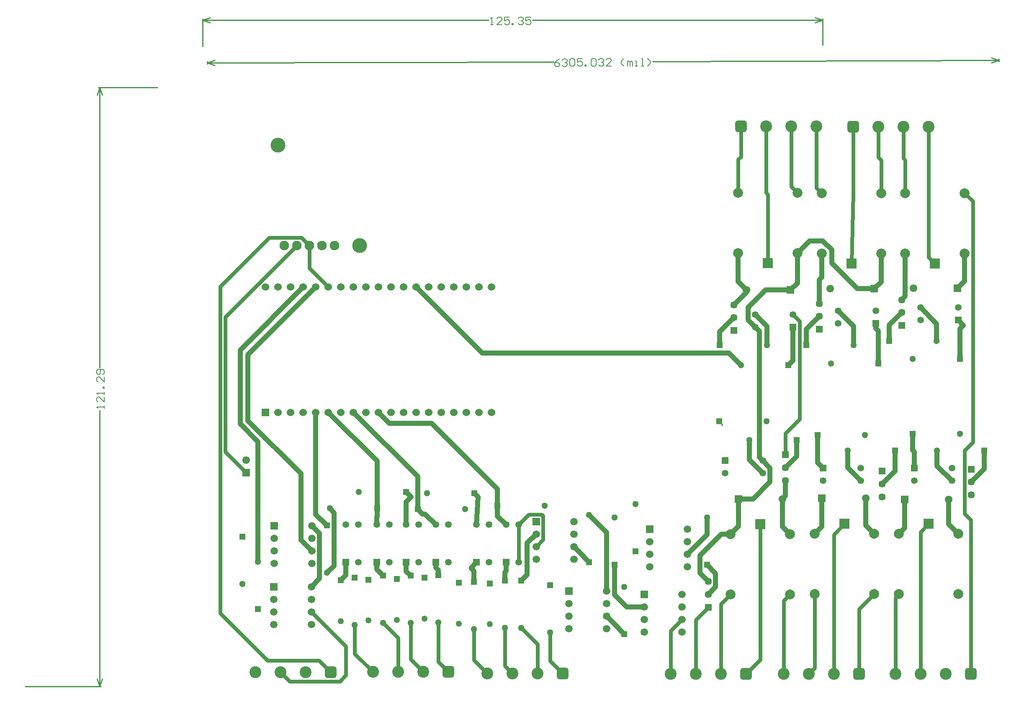
<source format=gbr>
G04*
G04 #@! TF.GenerationSoftware,Altium Limited,Altium Designer,24.5.2 (23)*
G04*
G04 Layer_Physical_Order=1*
G04 Layer_Color=255*
%FSLAX44Y44*%
%MOMM*%
G71*
G04*
G04 #@! TF.SameCoordinates,3DF9ACDB-7C99-40C3-A0CA-608631173261*
G04*
G04*
G04 #@! TF.FilePolarity,Positive*
G04*
G01*
G75*
%ADD14C,0.2540*%
%ADD19C,1.3500*%
%ADD20R,1.3500X1.3500*%
%ADD21C,1.3000*%
%ADD22R,1.3000X1.3000*%
%ADD23C,1.4500*%
%ADD24R,1.4500X1.4500*%
%ADD25C,1.5500*%
%ADD26R,1.5500X1.5500*%
%ADD27C,2.0000*%
%ADD28R,2.0000X2.0000*%
%ADD29R,1.3000X1.3000*%
%ADD32R,1.3500X1.3500*%
%ADD33C,1.2500*%
%ADD34R,1.2500X1.2500*%
%ADD37R,1.5500X1.5500*%
%ADD38C,0.7620*%
%ADD39C,1.0160*%
%ADD40C,0.1524*%
%ADD41C,2.4000*%
G04:AMPARAMS|DCode=42|XSize=2.4mm|YSize=2.4mm|CornerRadius=0.6mm|HoleSize=0mm|Usage=FLASHONLY|Rotation=180.000|XOffset=0mm|YOffset=0mm|HoleType=Round|Shape=RoundedRectangle|*
%AMROUNDEDRECTD42*
21,1,2.4000,1.2000,0,0,180.0*
21,1,1.2000,2.4000,0,0,180.0*
1,1,1.2000,-0.6000,0.6000*
1,1,1.2000,0.6000,0.6000*
1,1,1.2000,0.6000,-0.6000*
1,1,1.2000,-0.6000,-0.6000*
%
%ADD42ROUNDEDRECTD42*%
%ADD43R,1.5300X1.5300*%
%ADD44C,1.5300*%
%ADD45C,1.5000*%
%ADD46R,1.5000X1.5000*%
%ADD47C,3.0000*%
%ADD48C,1.9304*%
D14*
X231140Y1332230D02*
X350520D01*
X82550Y119380D02*
X236220D01*
X233680Y765162D02*
Y1332230D01*
Y119380D02*
Y678320D01*
X228600Y1316990D02*
X233680Y1332230D01*
X238760Y1316990D01*
X233680Y119380D02*
X238760Y134620D01*
X228600D02*
X233680Y119380D01*
X1695450Y1417320D02*
Y1470660D01*
X441960Y1414780D02*
Y1470660D01*
X1109332Y1468120D02*
X1695450D01*
X441960D02*
X1019950D01*
X1680210Y1473200D02*
X1695450Y1468120D01*
X1680210Y1463040D02*
X1695450Y1468120D01*
X441960D02*
X457200Y1463040D01*
X441960Y1468120D02*
X457200Y1473200D01*
X2052312Y1389380D02*
X2052328Y1384300D01*
X450842Y1384300D02*
X450858Y1379220D01*
X2037096Y1381712D02*
X2052320Y1386840D01*
X2037064Y1391872D02*
X2052320Y1386840D01*
X450850Y1381760D02*
X466106Y1376728D01*
X450850Y1381760D02*
X466074Y1386888D01*
X1352137Y1384619D02*
X2052320Y1386840D01*
X450850Y1381760D02*
X1151033Y1383981D01*
X1492220Y647803D02*
Y649907D01*
X1490732Y651395D02*
X1492220Y649907D01*
D19*
X1574800Y576580D02*
D03*
Y551180D02*
D03*
X1498600D02*
D03*
X1559560Y847090D02*
D03*
Y872490D02*
D03*
X1635760D02*
D03*
X1957070Y561340D02*
D03*
Y535940D02*
D03*
X1880870D02*
D03*
X1772920Y561340D02*
D03*
Y535940D02*
D03*
X1696720D02*
D03*
X1727200Y854710D02*
D03*
Y880110D02*
D03*
X1803400D02*
D03*
X1893570Y861060D02*
D03*
Y886460D02*
D03*
X1969770D02*
D03*
X853440Y447040D02*
D03*
X878840D02*
D03*
Y370840D02*
D03*
X793750Y447040D02*
D03*
X819150D02*
D03*
Y370840D02*
D03*
X731520Y447040D02*
D03*
X756920D02*
D03*
Y370840D02*
D03*
X1055370Y447040D02*
D03*
X1080770D02*
D03*
Y370840D02*
D03*
X995680Y447040D02*
D03*
X1021080D02*
D03*
Y370840D02*
D03*
X913130Y447040D02*
D03*
X938530D02*
D03*
Y370840D02*
D03*
D20*
X1498600Y576580D02*
D03*
X1635760Y847090D02*
D03*
X1880870Y561340D02*
D03*
X1696720D02*
D03*
X1803400Y854710D02*
D03*
X1969770Y861060D02*
D03*
D21*
X1927050Y596900D02*
D03*
X1583230Y810260D02*
D03*
X1530810Y769620D02*
D03*
X1973120Y631190D02*
D03*
X1781350Y628650D02*
D03*
X1712420Y773430D02*
D03*
X1746710Y596900D02*
D03*
X1758490Y810260D02*
D03*
X1581960Y656590D02*
D03*
X1877520Y782320D02*
D03*
X1547320Y618490D02*
D03*
X1926130Y819150D02*
D03*
X1461770Y461820D02*
D03*
X553720Y371650D02*
D03*
X1144270Y229060D02*
D03*
X1085850Y237950D02*
D03*
X521970Y326850D02*
D03*
X1294130Y320850D02*
D03*
X1223010Y466900D02*
D03*
X862330Y248110D02*
D03*
X806450D02*
D03*
X749300Y244300D02*
D03*
X1052830Y237950D02*
D03*
X990600Y235410D02*
D03*
X918210Y249380D02*
D03*
X1316990Y488490D02*
D03*
X1275080Y461820D02*
D03*
X757380Y513080D02*
D03*
X698960Y480060D02*
D03*
X693420Y349710D02*
D03*
X1133650Y485140D02*
D03*
X895810Y510540D02*
D03*
X972360Y478790D02*
D03*
D22*
X2022650Y596900D02*
D03*
X1487630Y810260D02*
D03*
X1626410Y769620D02*
D03*
X1877520Y631190D02*
D03*
X1685750Y628650D02*
D03*
X1808020Y773430D02*
D03*
X1842310Y596900D02*
D03*
X1662890Y810260D02*
D03*
X1486360Y656590D02*
D03*
X1973120Y782320D02*
D03*
X1642920Y618490D02*
D03*
X1830530Y819150D02*
D03*
X852980Y513080D02*
D03*
X794560Y480060D02*
D03*
X1038050Y485140D02*
D03*
X991410Y510540D02*
D03*
X876760Y478790D02*
D03*
D23*
X1996450Y507400D02*
D03*
Y533400D02*
D03*
X1516380Y892140D02*
D03*
Y866140D02*
D03*
X1816110Y503590D02*
D03*
Y529590D02*
D03*
X1689100Y894680D02*
D03*
Y868680D02*
D03*
X1620530Y536610D02*
D03*
Y562610D02*
D03*
X1855460Y902300D02*
D03*
Y876300D02*
D03*
X1464310Y332070D02*
D03*
Y306070D02*
D03*
D24*
X1996450Y559400D02*
D03*
X1516380Y840140D02*
D03*
X1816110Y555590D02*
D03*
X1689100Y842680D02*
D03*
X1620530Y588610D02*
D03*
X1855460Y850300D02*
D03*
X1464310Y280070D02*
D03*
D25*
X1950670Y497840D02*
D03*
X1541830Y922020D02*
D03*
X1783030Y500380D02*
D03*
X1879650Y925830D02*
D03*
X1614120Y499110D02*
D03*
X1710740Y924560D02*
D03*
X529420Y577650D02*
D03*
D26*
X1861870Y497840D02*
D03*
X1630630Y922020D02*
D03*
X1694230Y500380D02*
D03*
X1968450Y925830D02*
D03*
X1525320Y499110D02*
D03*
X1799540Y924560D02*
D03*
D27*
X1970080Y306950D02*
D03*
X1850080D02*
D03*
X1970080Y428950D02*
D03*
X1850080D02*
D03*
X1524650Y1118950D02*
D03*
X1644650D02*
D03*
X1524650Y996950D02*
D03*
X1644650D02*
D03*
X1799900Y306950D02*
D03*
X1679900D02*
D03*
X1799900Y428950D02*
D03*
X1679900D02*
D03*
X1693870Y1117990D02*
D03*
X1813870D02*
D03*
X1693870Y995990D02*
D03*
X1813870D02*
D03*
X1629410Y306070D02*
D03*
X1509410D02*
D03*
X1629410Y428070D02*
D03*
X1509410D02*
D03*
X1862780Y1117990D02*
D03*
X1982780D02*
D03*
X1862780Y995990D02*
D03*
X1982780D02*
D03*
D28*
X1910080Y448950D02*
D03*
X1584650Y976950D02*
D03*
X1739900Y448950D02*
D03*
X1753870Y975990D02*
D03*
X1569410Y448070D02*
D03*
X1922780Y975990D02*
D03*
D29*
X1461770Y366220D02*
D03*
X553720Y276050D02*
D03*
X1144270Y324660D02*
D03*
X1085850Y333550D02*
D03*
X521970Y422450D02*
D03*
X1294130Y225250D02*
D03*
X1223010Y371300D02*
D03*
X862330Y343710D02*
D03*
X806450D02*
D03*
X749300Y339900D02*
D03*
X1052830Y333550D02*
D03*
X990600Y331010D02*
D03*
X918210Y344980D02*
D03*
X1316990Y392890D02*
D03*
X1275080Y366220D02*
D03*
X693420Y445310D02*
D03*
D32*
X853440Y370840D02*
D03*
X793750D02*
D03*
X731520D02*
D03*
X1055370D02*
D03*
X995680D02*
D03*
X913130D02*
D03*
D33*
X834390Y254710D02*
D03*
X777240Y253440D02*
D03*
X721360Y252170D02*
D03*
X1022350Y245820D02*
D03*
X960120Y247090D02*
D03*
X890270Y257250D02*
D03*
D34*
X834390Y337110D02*
D03*
X777240Y335840D02*
D03*
X721360Y334570D02*
D03*
X1022350Y328220D02*
D03*
X960120Y329490D02*
D03*
X890270Y339650D02*
D03*
D37*
X529420Y552650D02*
D03*
D38*
X1581150Y1118814D02*
Y1253490D01*
Y1118814D02*
X1584650Y1115314D01*
Y976950D02*
Y1115314D01*
X1631950Y1131650D02*
Y1253490D01*
Y1131650D02*
X1644650Y1118950D01*
X1530350Y1191880D02*
Y1253490D01*
X1524650Y1186180D02*
X1530350Y1191880D01*
X1524650Y1118950D02*
Y1186180D01*
X1893570Y144780D02*
Y432440D01*
X1910080Y448950D01*
X1842770Y144780D02*
Y299640D01*
X1850080Y306950D01*
X1757680Y1118108D02*
Y1252220D01*
X1753870Y975990D02*
X1757680Y1118108D01*
X1808480Y1190554D02*
Y1252220D01*
Y1190554D02*
X1813870Y1185164D01*
Y1117990D02*
Y1185164D01*
X1682750Y1129110D02*
Y1253490D01*
Y1129110D02*
X1693870Y1117990D01*
X1718310Y144780D02*
Y427360D01*
X1739900Y448950D01*
X1679900Y157170D02*
Y306950D01*
X1667510Y144780D02*
X1679900Y157170D01*
X1769110Y144780D02*
Y276160D01*
X1799900Y306950D01*
X1910080Y988690D02*
Y1252220D01*
Y988690D02*
X1922780Y975990D01*
X1859280Y1188664D02*
Y1252220D01*
Y1188664D02*
X1862780Y1185164D01*
Y1117990D02*
Y1185164D01*
X1569410Y173680D02*
Y448070D01*
X1540510Y144780D02*
X1569410Y173680D01*
X1489710Y144780D02*
Y286370D01*
X1509410Y306070D01*
X1616710Y144780D02*
Y293370D01*
X1629410Y306070D01*
X657860Y966570D02*
Y1012190D01*
Y966570D02*
X696060Y928370D01*
X1438910Y144780D02*
Y254670D01*
X1464310Y280070D01*
X1388110Y144780D02*
Y232410D01*
X1410970Y255270D01*
X1144270Y171450D02*
Y229060D01*
Y171450D02*
X1169670Y146050D01*
X1052830Y161290D02*
Y237950D01*
Y161290D02*
X1068070Y146050D01*
X990600Y172720D02*
Y235410D01*
Y172720D02*
X1017270Y146050D01*
X918210Y169490D02*
Y249380D01*
Y169490D02*
X938530Y149170D01*
X862330Y174570D02*
Y248110D01*
Y174570D02*
X887730Y149170D01*
X836930D02*
Y217630D01*
X806450Y248110D02*
X836930Y217630D01*
X749300Y186000D02*
Y244300D01*
Y186000D02*
X786130Y149170D01*
X661670Y270510D02*
X731266Y200914D01*
Y142240D02*
Y200914D01*
X719074Y130048D02*
X731266Y142240D01*
X617982Y130048D02*
X719074D01*
X599440Y148590D02*
X617982Y130048D01*
X677164Y172466D02*
X701040Y148590D01*
X572770Y172466D02*
X677164D01*
X477520Y267716D02*
X572770Y172466D01*
X477520Y267716D02*
Y929132D01*
X576580Y1028192D01*
X641858D01*
X657860Y1012190D01*
X1085850Y237950D02*
X1118870Y204930D01*
Y146050D02*
Y204930D01*
X1982780Y1117990D02*
X1999234Y1101536D01*
Y614172D02*
Y1101536D01*
X1982724Y597662D02*
X1999234Y614172D01*
X1982724Y469392D02*
Y597662D01*
Y469392D02*
X1995170Y456946D01*
Y144780D02*
Y456946D01*
X1080770Y370840D02*
Y447040D01*
X1101090Y467360D01*
X1127760D01*
X1130300Y464820D01*
Y416560D02*
Y464820D01*
X1116330Y402590D02*
X1130300Y416560D01*
X1620530Y588610D02*
Y632216D01*
X1648968Y660654D01*
Y859282D01*
X1635760Y872490D02*
X1648968Y859282D01*
X487680Y594390D02*
X529420Y552650D01*
X487680Y594390D02*
Y867410D01*
X632460Y1012190D01*
D39*
X693420Y349710D02*
X707644Y363934D01*
Y471376D01*
X698960Y480060D02*
X707644Y471376D01*
X1275080Y304800D02*
Y366220D01*
Y304800D02*
X1299210Y280670D01*
X1334770D01*
X661670Y321310D02*
X678180Y337820D01*
Y429260D01*
X662940Y444500D02*
X678180Y429260D01*
X1223010Y466900D02*
X1258570Y431340D01*
Y312420D02*
Y431340D01*
X1447546Y348834D02*
X1464310Y332070D01*
X1447546Y348834D02*
Y384930D01*
X1490686Y428070D01*
X1509410D01*
X1525320Y443979D01*
Y499110D01*
X1554988D01*
X1589278Y533400D01*
Y562102D01*
X1574800Y576580D02*
X1589278Y562102D01*
X1694230Y443280D02*
Y500380D01*
X1679900Y428950D02*
X1694230Y443280D01*
X1567688Y583692D02*
X1574800Y576580D01*
X1567688Y583692D02*
Y838962D01*
X1559560Y847090D02*
X1567688Y838962D01*
X1545082Y861568D02*
X1559560Y847090D01*
X1545082Y861568D02*
Y886968D01*
X1580134Y922020D01*
X1630630D01*
X1861870Y440740D02*
Y497840D01*
X1850080Y428950D02*
X1861870Y440740D01*
X1630630Y922020D02*
X1644650Y936040D01*
Y996950D01*
X1669288Y1021588D01*
X1695704D01*
X1713992Y1003300D01*
Y976376D02*
Y1003300D01*
Y976376D02*
X1765808Y924560D01*
X1799540D01*
X1813870Y938890D01*
Y995990D01*
X1968450Y925830D02*
X1982780Y940160D01*
Y995990D01*
X918210Y344980D02*
Y355346D01*
X913130Y360426D02*
X918210Y355346D01*
X913130Y360426D02*
Y370840D01*
X1855460Y902300D02*
X1862780Y909620D01*
Y995990D01*
X1969770Y861060D02*
X1980184Y850646D01*
X1973120Y843582D02*
X1980184Y850646D01*
X1973120Y782320D02*
Y843582D01*
X1830530Y819150D02*
Y851370D01*
X1855460Y876300D01*
X1893570Y886460D02*
X1926130Y853900D01*
Y819150D02*
Y853900D01*
X876760Y478790D02*
Y544470D01*
X746860Y674370D02*
X876760Y544470D01*
Y478790D02*
X886666Y468884D01*
X891286D01*
X913130Y447040D01*
X1192530Y402590D02*
X1212850Y382270D01*
Y381460D02*
Y382270D01*
Y381460D02*
X1223010Y371300D01*
X533400Y791110D02*
X670660Y928370D01*
X533400Y657606D02*
Y791110D01*
Y657606D02*
X640588Y550418D01*
Y416052D02*
Y550418D01*
Y416052D02*
X662940Y393700D01*
X1516380Y892140D02*
X1541830Y917590D01*
Y922020D01*
X1524650Y939200D02*
X1541830Y922020D01*
X1524650Y939200D02*
Y996950D01*
X1950670Y448360D02*
X1970080Y428950D01*
X1950670Y448360D02*
Y497840D01*
X1689100Y894680D02*
Y942848D01*
X1693870Y947618D01*
Y995990D01*
X1783030Y445820D02*
Y500380D01*
Y445820D02*
X1799900Y428950D01*
X1614120Y443359D02*
X1629410Y428070D01*
X1614120Y443359D02*
Y499110D01*
X1620530Y505520D01*
Y536610D01*
X721360Y334570D02*
X731520Y344730D01*
Y370840D01*
X793750Y356410D02*
X806450Y343710D01*
X793750Y356410D02*
Y370840D01*
X853440Y352600D02*
X862330Y343710D01*
X853440Y352600D02*
Y370840D01*
X990600Y331010D02*
Y353314D01*
X985266Y358648D02*
X990600Y353314D01*
X985266Y358648D02*
Y360426D01*
X995680Y370840D01*
X1052830Y333550D02*
Y350774D01*
X1055370Y353314D01*
Y370840D01*
X1626410Y769620D02*
X1635760Y778970D01*
Y847090D01*
X1559560Y872490D02*
X1583230Y848820D01*
Y810260D02*
Y848820D01*
X1877520Y597710D02*
Y631190D01*
Y597710D02*
X1880870Y594360D01*
Y561340D02*
Y594360D01*
X1927050Y565960D02*
X1957070Y535940D01*
X1927050Y565960D02*
Y596900D01*
X1487630Y810260D02*
Y837390D01*
X1516380Y866140D01*
X1996450Y533400D02*
X2022650Y559600D01*
Y596900D01*
X1803400Y844296D02*
Y854710D01*
Y844296D02*
X1808020Y839676D01*
Y773430D02*
Y839676D01*
X1727200Y880110D02*
X1758490Y848820D01*
Y810260D02*
Y848820D01*
X1685750Y572310D02*
Y628650D01*
Y572310D02*
X1696720Y561340D01*
X1746710Y562150D02*
X1772920Y535940D01*
X1746710Y562150D02*
Y596900D01*
X1662890Y810260D02*
Y842470D01*
X1689100Y868680D01*
X1816110Y529590D02*
X1842310Y555790D01*
Y596900D01*
X1547320Y578660D02*
X1574800Y551180D01*
X1547320Y578660D02*
Y618490D01*
X1620530Y562610D02*
X1642920Y585000D01*
Y618490D01*
X1461770Y366220D02*
X1479296Y348694D01*
Y321056D02*
Y348694D01*
X1464310Y306070D02*
X1479296Y321056D01*
X670660Y468070D02*
X693420Y445310D01*
X670660Y468070D02*
Y674370D01*
X793750Y447040D02*
Y463042D01*
X794560Y463852D01*
Y480060D01*
Y575870D01*
X696060Y674370D02*
X794560Y575870D01*
X852980Y513080D02*
X863092Y502968D01*
X853440Y493316D02*
X863092Y502968D01*
X853440Y447040D02*
Y493316D01*
X991410Y510540D02*
X998601Y503349D01*
X995680Y447040D02*
X998601Y503349D01*
X797660Y674370D02*
X819504Y652526D01*
X905002D01*
X1038050Y519478D01*
Y485140D02*
Y519478D01*
Y464360D02*
Y485140D01*
Y464360D02*
X1055370Y447040D01*
X873860Y928370D02*
X1007464Y794766D01*
X1505664D01*
X1530810Y769620D01*
X1422400Y387350D02*
X1461770Y426720D01*
Y461820D01*
X553720Y371650D02*
Y614934D01*
X517580Y651074D02*
X553720Y614934D01*
X517580Y651074D02*
Y800690D01*
X645260Y928370D01*
X1085850Y333550D02*
X1098296Y345996D01*
Y409956D01*
X1116330Y427990D01*
X1258570Y261620D02*
X1283970Y236220D01*
Y235410D02*
Y236220D01*
Y235410D02*
X1294130Y225250D01*
D40*
X242822Y682384D02*
Y687462D01*
Y684923D01*
X227586D01*
X230126Y682384D01*
X242822Y705236D02*
Y695080D01*
X232665Y705236D01*
X230126D01*
X227586Y702697D01*
Y697619D01*
X230126Y695080D01*
X242822Y710315D02*
Y715393D01*
Y712854D01*
X227586D01*
X230126Y710315D01*
X242822Y723011D02*
X240282D01*
Y725550D01*
X242822D01*
Y723011D01*
Y745863D02*
Y735706D01*
X232665Y745863D01*
X230126D01*
X227586Y743324D01*
Y738246D01*
X230126Y735706D01*
X240282Y750941D02*
X242822Y753481D01*
Y758559D01*
X240282Y761098D01*
X230126D01*
X227586Y758559D01*
Y753481D01*
X230126Y750941D01*
X232665D01*
X235204Y753481D01*
Y761098D01*
X1024014Y1458978D02*
X1029092D01*
X1026553D01*
Y1474214D01*
X1024014Y1471674D01*
X1046867Y1458978D02*
X1036710D01*
X1046867Y1469135D01*
Y1471674D01*
X1044328Y1474214D01*
X1039249D01*
X1036710Y1471674D01*
X1062102Y1474214D02*
X1051945D01*
Y1466596D01*
X1057023Y1469135D01*
X1059563D01*
X1062102Y1466596D01*
Y1461518D01*
X1059563Y1458978D01*
X1054484D01*
X1051945Y1461518D01*
X1067180Y1458978D02*
Y1461518D01*
X1069719D01*
Y1458978D01*
X1067180D01*
X1079876Y1471674D02*
X1082415Y1474214D01*
X1087494D01*
X1090033Y1471674D01*
Y1469135D01*
X1087494Y1466596D01*
X1084954D01*
X1087494D01*
X1090033Y1464057D01*
Y1461518D01*
X1087494Y1458978D01*
X1082415D01*
X1079876Y1461518D01*
X1105268Y1474214D02*
X1095111D01*
Y1466596D01*
X1100190Y1469135D01*
X1102729D01*
X1105268Y1466596D01*
Y1461518D01*
X1102729Y1458978D01*
X1097650D01*
X1095111Y1461518D01*
X1163710Y1390115D02*
X1158640Y1387560D01*
X1153578Y1382465D01*
X1153594Y1377387D01*
X1156141Y1374856D01*
X1161219Y1374872D01*
X1163750Y1377419D01*
X1163742Y1379958D01*
X1161195Y1382489D01*
X1153578Y1382465D01*
X1168796Y1387592D02*
X1171328Y1390139D01*
X1176406Y1390155D01*
X1178953Y1387624D01*
X1178961Y1385085D01*
X1176430Y1382538D01*
X1173891Y1382529D01*
X1176430Y1382538D01*
X1178977Y1380007D01*
X1178985Y1377467D01*
X1176454Y1374920D01*
X1171376Y1374904D01*
X1168829Y1377435D01*
X1184031Y1387640D02*
X1186562Y1390187D01*
X1191641Y1390203D01*
X1194188Y1387672D01*
X1194220Y1377516D01*
X1191689Y1374968D01*
X1186611Y1374952D01*
X1184064Y1377484D01*
X1184031Y1387640D01*
X1209415Y1390260D02*
X1199258Y1390228D01*
X1199283Y1382610D01*
X1204353Y1385165D01*
X1206892Y1385173D01*
X1209439Y1382642D01*
X1209455Y1377564D01*
X1206924Y1375017D01*
X1201846Y1375001D01*
X1199299Y1377532D01*
X1214542Y1375041D02*
X1214534Y1377580D01*
X1217073Y1377588D01*
X1217081Y1375049D01*
X1214542Y1375041D01*
X1227197Y1387777D02*
X1229728Y1390324D01*
X1234807Y1390340D01*
X1237354Y1387809D01*
X1237386Y1377653D01*
X1234855Y1375105D01*
X1229777Y1375089D01*
X1227229Y1377620D01*
X1227197Y1387777D01*
X1242432Y1387825D02*
X1244963Y1390373D01*
X1250042Y1390389D01*
X1252589Y1387858D01*
X1252597Y1385318D01*
X1250066Y1382771D01*
X1247527Y1382763D01*
X1250066Y1382771D01*
X1252613Y1380240D01*
X1252621Y1377701D01*
X1250090Y1375154D01*
X1245012Y1375138D01*
X1242464Y1377669D01*
X1267864Y1375210D02*
X1257708Y1375178D01*
X1267832Y1385367D01*
X1267824Y1387906D01*
X1265277Y1390437D01*
X1260198Y1390421D01*
X1257667Y1387874D01*
X1293256Y1375291D02*
X1288161Y1380353D01*
X1288145Y1385431D01*
X1293208Y1390526D01*
X1300873Y1375315D02*
X1300841Y1385471D01*
X1303380Y1385479D01*
X1305927Y1382948D01*
X1305952Y1375331D01*
X1305927Y1382948D01*
X1308459Y1385496D01*
X1311006Y1382964D01*
X1311030Y1375347D01*
X1316108Y1375363D02*
X1321187Y1375379D01*
X1318647Y1375371D01*
X1318615Y1385528D01*
X1316076Y1385520D01*
X1328804Y1375403D02*
X1333882Y1375419D01*
X1331343Y1375411D01*
X1331295Y1390646D01*
X1328756Y1390638D01*
X1341500Y1375444D02*
X1346562Y1380538D01*
X1346546Y1385616D01*
X1341452Y1390679D01*
D41*
X1682750Y1253490D02*
D03*
X1631950D02*
D03*
X1581150D02*
D03*
X1910080Y1252220D02*
D03*
X1859280D02*
D03*
X1808480D02*
D03*
X1842770Y144780D02*
D03*
X1893570D02*
D03*
X1944370D02*
D03*
X1616710D02*
D03*
X1667510D02*
D03*
X1718310D02*
D03*
X1017270Y146050D02*
D03*
X1068070D02*
D03*
X1118870D02*
D03*
X786130Y149170D02*
D03*
X836930D02*
D03*
X887730D02*
D03*
X548640Y148590D02*
D03*
X599440D02*
D03*
X650240D02*
D03*
X1388110Y144780D02*
D03*
X1438910D02*
D03*
X1489710D02*
D03*
D42*
X1530350Y1253490D02*
D03*
X1757680Y1252220D02*
D03*
X1995170Y144780D02*
D03*
X1769110D02*
D03*
X1169670Y146050D02*
D03*
X938530Y149170D02*
D03*
X701040Y148590D02*
D03*
X1540510Y144780D02*
D03*
D43*
X569060Y674370D02*
D03*
D44*
X594460D02*
D03*
X619860D02*
D03*
X645260D02*
D03*
X670660D02*
D03*
X696060D02*
D03*
X721460D02*
D03*
X746860D02*
D03*
X772260D02*
D03*
X797660D02*
D03*
X823060D02*
D03*
X848460D02*
D03*
X873860D02*
D03*
X899260D02*
D03*
X924660D02*
D03*
X950060D02*
D03*
X975460D02*
D03*
X1000860D02*
D03*
X1026260D02*
D03*
Y928370D02*
D03*
X1000860D02*
D03*
X975460D02*
D03*
X950060D02*
D03*
X924660D02*
D03*
X899260D02*
D03*
X873860D02*
D03*
X848460D02*
D03*
X823060D02*
D03*
X797660D02*
D03*
X772260D02*
D03*
X746860D02*
D03*
X721460D02*
D03*
X696060D02*
D03*
X670660D02*
D03*
X645260D02*
D03*
X619860D02*
D03*
X594460D02*
D03*
X569060D02*
D03*
D45*
X661670Y245110D02*
D03*
Y270510D02*
D03*
Y295910D02*
D03*
Y321310D02*
D03*
X585470Y245110D02*
D03*
Y270510D02*
D03*
Y295910D02*
D03*
X1258570Y236220D02*
D03*
Y261620D02*
D03*
Y287020D02*
D03*
Y312420D02*
D03*
X1182370Y236220D02*
D03*
Y261620D02*
D03*
Y287020D02*
D03*
X1192530Y377190D02*
D03*
Y402590D02*
D03*
Y427990D02*
D03*
Y453390D02*
D03*
X1116330Y377190D02*
D03*
Y402590D02*
D03*
Y427990D02*
D03*
X662940Y368300D02*
D03*
Y393700D02*
D03*
Y419100D02*
D03*
Y444500D02*
D03*
X586740Y368300D02*
D03*
Y393700D02*
D03*
Y419100D02*
D03*
X1422400Y361950D02*
D03*
Y387350D02*
D03*
Y412750D02*
D03*
Y438150D02*
D03*
X1346200Y361950D02*
D03*
Y387350D02*
D03*
Y412750D02*
D03*
X1410970Y229870D02*
D03*
Y255270D02*
D03*
Y280670D02*
D03*
Y306070D02*
D03*
X1334770Y229870D02*
D03*
Y255270D02*
D03*
Y280670D02*
D03*
D46*
X585470Y321310D02*
D03*
X1182370Y312420D02*
D03*
X1116330Y453390D02*
D03*
X586740Y444500D02*
D03*
X1346200Y438150D02*
D03*
X1334770Y306070D02*
D03*
D47*
X759460Y1012190D02*
D03*
X594360Y1215390D02*
D03*
D48*
X607060Y1012190D02*
D03*
X657860D02*
D03*
X632460D02*
D03*
X683260D02*
D03*
X708660D02*
D03*
M02*

</source>
